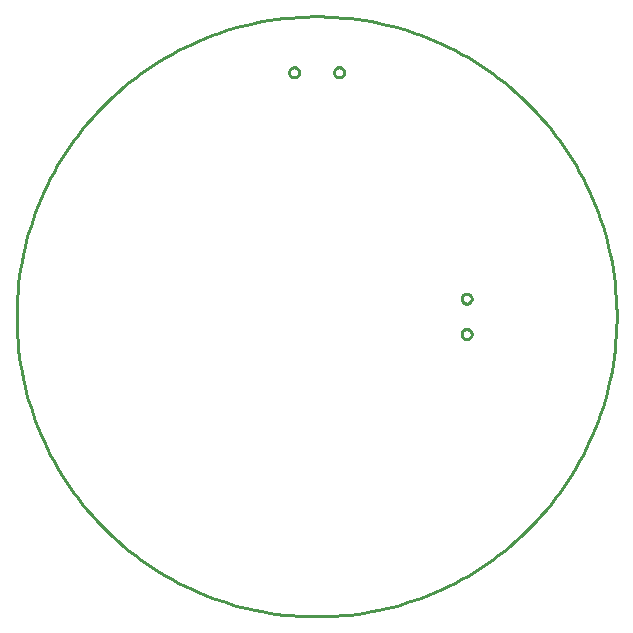
<source format=gbr>
G04 EAGLE Gerber RS-274X export*
G75*
%MOMM*%
%FSLAX34Y34*%
%LPD*%
%IN*%
%IPPOS*%
%AMOC8*
5,1,8,0,0,1.08239X$1,22.5*%
G01*
%ADD10C,0.254000*%


D10*
X254000Y-3117D02*
X254000Y3117D01*
X253847Y9350D01*
X253541Y15577D01*
X253082Y21794D01*
X252471Y27999D01*
X251708Y34186D01*
X250793Y40353D01*
X249728Y46496D01*
X248511Y52610D01*
X247145Y58693D01*
X245631Y64741D01*
X243968Y70749D01*
X242158Y76715D01*
X240202Y82635D01*
X238102Y88505D01*
X235858Y94322D01*
X233473Y100082D01*
X230946Y105781D01*
X228281Y111417D01*
X225477Y116986D01*
X222539Y122484D01*
X219466Y127908D01*
X216261Y133256D01*
X212925Y138523D01*
X209461Y143707D01*
X205872Y148804D01*
X202158Y153811D01*
X198322Y158726D01*
X194367Y163546D01*
X190295Y168266D01*
X186108Y172886D01*
X181809Y177401D01*
X177401Y181809D01*
X172886Y186108D01*
X168266Y190295D01*
X163546Y194367D01*
X158726Y198322D01*
X153811Y202158D01*
X148804Y205872D01*
X143707Y209461D01*
X138523Y212925D01*
X133256Y216261D01*
X127908Y219466D01*
X122484Y222539D01*
X116986Y225477D01*
X111417Y228281D01*
X105781Y230946D01*
X100082Y233473D01*
X94322Y235858D01*
X88505Y238102D01*
X82635Y240202D01*
X76715Y242158D01*
X70749Y243968D01*
X64741Y245631D01*
X58693Y247145D01*
X52610Y248511D01*
X46496Y249728D01*
X40353Y250793D01*
X34186Y251708D01*
X27999Y252471D01*
X21794Y253082D01*
X15577Y253541D01*
X9350Y253847D01*
X3117Y254000D01*
X-3117Y254000D01*
X-9350Y253847D01*
X-15577Y253541D01*
X-21794Y253082D01*
X-27999Y252471D01*
X-34186Y251708D01*
X-40353Y250793D01*
X-46496Y249728D01*
X-52610Y248511D01*
X-58693Y247145D01*
X-64741Y245631D01*
X-70749Y243968D01*
X-76715Y242158D01*
X-82635Y240202D01*
X-88505Y238102D01*
X-94322Y235858D01*
X-100082Y233473D01*
X-105781Y230946D01*
X-111417Y228281D01*
X-116986Y225477D01*
X-122484Y222539D01*
X-127908Y219466D01*
X-133256Y216261D01*
X-138523Y212925D01*
X-143707Y209461D01*
X-148804Y205872D01*
X-153811Y202158D01*
X-158726Y198322D01*
X-163546Y194367D01*
X-168266Y190295D01*
X-172886Y186108D01*
X-177401Y181809D01*
X-181809Y177401D01*
X-186108Y172886D01*
X-190295Y168266D01*
X-194367Y163546D01*
X-198322Y158726D01*
X-202158Y153811D01*
X-205872Y148804D01*
X-209461Y143707D01*
X-212925Y138523D01*
X-216261Y133256D01*
X-219466Y127908D01*
X-222539Y122484D01*
X-225477Y116986D01*
X-228281Y111417D01*
X-230946Y105781D01*
X-233473Y100082D01*
X-235858Y94322D01*
X-238102Y88505D01*
X-240202Y82635D01*
X-242158Y76715D01*
X-243968Y70749D01*
X-245631Y64741D01*
X-247145Y58693D01*
X-248511Y52610D01*
X-249728Y46496D01*
X-250793Y40353D01*
X-251708Y34186D01*
X-252471Y27999D01*
X-253082Y21794D01*
X-253541Y15577D01*
X-253847Y9350D01*
X-254000Y3117D01*
X-254000Y-3117D01*
X-253847Y-9350D01*
X-253541Y-15577D01*
X-253082Y-21794D01*
X-252471Y-27999D01*
X-251708Y-34186D01*
X-250793Y-40353D01*
X-249728Y-46496D01*
X-248511Y-52610D01*
X-247145Y-58693D01*
X-245631Y-64741D01*
X-243968Y-70749D01*
X-242158Y-76715D01*
X-240202Y-82635D01*
X-238102Y-88505D01*
X-235858Y-94322D01*
X-233473Y-100082D01*
X-230946Y-105781D01*
X-228281Y-111417D01*
X-225477Y-116986D01*
X-222539Y-122484D01*
X-219466Y-127908D01*
X-216261Y-133256D01*
X-212925Y-138523D01*
X-209461Y-143707D01*
X-205872Y-148804D01*
X-202158Y-153811D01*
X-198322Y-158726D01*
X-194367Y-163546D01*
X-190295Y-168266D01*
X-186108Y-172886D01*
X-181809Y-177401D01*
X-177401Y-181809D01*
X-172886Y-186108D01*
X-168266Y-190295D01*
X-163546Y-194367D01*
X-158726Y-198322D01*
X-153811Y-202158D01*
X-148804Y-205872D01*
X-143707Y-209461D01*
X-138523Y-212925D01*
X-133256Y-216261D01*
X-127908Y-219466D01*
X-122484Y-222539D01*
X-116986Y-225477D01*
X-111417Y-228281D01*
X-105781Y-230946D01*
X-100082Y-233473D01*
X-94322Y-235858D01*
X-88505Y-238102D01*
X-82635Y-240202D01*
X-76715Y-242158D01*
X-70749Y-243968D01*
X-64741Y-245631D01*
X-58693Y-247145D01*
X-52610Y-248511D01*
X-46496Y-249728D01*
X-40353Y-250793D01*
X-34186Y-251708D01*
X-27999Y-252471D01*
X-21794Y-253082D01*
X-15577Y-253541D01*
X-9350Y-253847D01*
X-3117Y-254000D01*
X3117Y-254000D01*
X9350Y-253847D01*
X15577Y-253541D01*
X21794Y-253082D01*
X27999Y-252471D01*
X34186Y-251708D01*
X40353Y-250793D01*
X46496Y-249728D01*
X52610Y-248511D01*
X58693Y-247145D01*
X64741Y-245631D01*
X70749Y-243968D01*
X76715Y-242158D01*
X82635Y-240202D01*
X88505Y-238102D01*
X94322Y-235858D01*
X100082Y-233473D01*
X105781Y-230946D01*
X111417Y-228281D01*
X116986Y-225477D01*
X122484Y-222539D01*
X127908Y-219466D01*
X133256Y-216261D01*
X138523Y-212925D01*
X143707Y-209461D01*
X148804Y-205872D01*
X153811Y-202158D01*
X158726Y-198322D01*
X163546Y-194367D01*
X168266Y-190295D01*
X172886Y-186108D01*
X177401Y-181809D01*
X181809Y-177401D01*
X186108Y-172886D01*
X190295Y-168266D01*
X194367Y-163546D01*
X198322Y-158726D01*
X202158Y-153811D01*
X205872Y-148804D01*
X209461Y-143707D01*
X212925Y-138523D01*
X216261Y-133256D01*
X219466Y-127908D01*
X222539Y-122484D01*
X225477Y-116986D01*
X228281Y-111417D01*
X230946Y-105781D01*
X233473Y-100082D01*
X235858Y-94322D01*
X238102Y-88505D01*
X240202Y-82635D01*
X242158Y-76715D01*
X243968Y-70749D01*
X245631Y-64741D01*
X247145Y-58693D01*
X248511Y-52610D01*
X249728Y-46496D01*
X250793Y-40353D01*
X251708Y-34186D01*
X252471Y-27999D01*
X253082Y-21794D01*
X253541Y-15577D01*
X253847Y-9350D01*
X254000Y-3117D01*
X127279Y19250D02*
X127831Y19177D01*
X128369Y19033D01*
X128884Y18820D01*
X129366Y18541D01*
X129808Y18202D01*
X130202Y17808D01*
X130541Y17366D01*
X130820Y16884D01*
X131033Y16369D01*
X131177Y15831D01*
X131250Y15279D01*
X131250Y14721D01*
X131177Y14169D01*
X131033Y13631D01*
X130820Y13116D01*
X130541Y12634D01*
X130202Y12192D01*
X129808Y11798D01*
X129366Y11459D01*
X128884Y11180D01*
X128369Y10967D01*
X127831Y10823D01*
X127279Y10750D01*
X126721Y10750D01*
X126169Y10823D01*
X125631Y10967D01*
X125116Y11180D01*
X124634Y11459D01*
X124192Y11798D01*
X123798Y12192D01*
X123459Y12634D01*
X123180Y13116D01*
X122967Y13631D01*
X122823Y14169D01*
X122750Y14721D01*
X122750Y15279D01*
X122823Y15831D01*
X122967Y16369D01*
X123180Y16884D01*
X123459Y17366D01*
X123798Y17808D01*
X124192Y18202D01*
X124634Y18541D01*
X125116Y18820D01*
X125631Y19033D01*
X126169Y19177D01*
X126721Y19250D01*
X127279Y19250D01*
X127279Y-10750D02*
X127831Y-10823D01*
X128369Y-10967D01*
X128884Y-11180D01*
X129366Y-11459D01*
X129808Y-11798D01*
X130202Y-12192D01*
X130541Y-12634D01*
X130820Y-13116D01*
X131033Y-13631D01*
X131177Y-14169D01*
X131250Y-14721D01*
X131250Y-15279D01*
X131177Y-15831D01*
X131033Y-16369D01*
X130820Y-16884D01*
X130541Y-17366D01*
X130202Y-17808D01*
X129808Y-18202D01*
X129366Y-18541D01*
X128884Y-18820D01*
X128369Y-19033D01*
X127831Y-19177D01*
X127279Y-19250D01*
X126721Y-19250D01*
X126169Y-19177D01*
X125631Y-19033D01*
X125116Y-18820D01*
X124634Y-18541D01*
X124192Y-18202D01*
X123798Y-17808D01*
X123459Y-17366D01*
X123180Y-16884D01*
X122967Y-16369D01*
X122823Y-15831D01*
X122750Y-15279D01*
X122750Y-14721D01*
X122823Y-14169D01*
X122967Y-13631D01*
X123180Y-13116D01*
X123459Y-12634D01*
X123798Y-12192D01*
X124192Y-11798D01*
X124634Y-11459D01*
X125116Y-11180D01*
X125631Y-10967D01*
X126169Y-10823D01*
X126721Y-10750D01*
X127279Y-10750D01*
X18721Y202350D02*
X18169Y202423D01*
X17631Y202567D01*
X17116Y202780D01*
X16634Y203059D01*
X16192Y203398D01*
X15798Y203792D01*
X15459Y204234D01*
X15180Y204716D01*
X14967Y205231D01*
X14823Y205769D01*
X14750Y206321D01*
X14750Y206879D01*
X14823Y207431D01*
X14967Y207969D01*
X15180Y208484D01*
X15459Y208966D01*
X15798Y209408D01*
X16192Y209802D01*
X16634Y210141D01*
X17116Y210420D01*
X17631Y210633D01*
X18169Y210777D01*
X18721Y210850D01*
X19279Y210850D01*
X19831Y210777D01*
X20369Y210633D01*
X20884Y210420D01*
X21366Y210141D01*
X21808Y209802D01*
X22202Y209408D01*
X22541Y208966D01*
X22820Y208484D01*
X23033Y207969D01*
X23177Y207431D01*
X23250Y206879D01*
X23250Y206321D01*
X23177Y205769D01*
X23033Y205231D01*
X22820Y204716D01*
X22541Y204234D01*
X22202Y203792D01*
X21808Y203398D01*
X21366Y203059D01*
X20884Y202780D01*
X20369Y202567D01*
X19831Y202423D01*
X19279Y202350D01*
X18721Y202350D01*
X-19279Y202350D02*
X-19831Y202423D01*
X-20369Y202567D01*
X-20884Y202780D01*
X-21366Y203059D01*
X-21808Y203398D01*
X-22202Y203792D01*
X-22541Y204234D01*
X-22820Y204716D01*
X-23033Y205231D01*
X-23177Y205769D01*
X-23250Y206321D01*
X-23250Y206879D01*
X-23177Y207431D01*
X-23033Y207969D01*
X-22820Y208484D01*
X-22541Y208966D01*
X-22202Y209408D01*
X-21808Y209802D01*
X-21366Y210141D01*
X-20884Y210420D01*
X-20369Y210633D01*
X-19831Y210777D01*
X-19279Y210850D01*
X-18721Y210850D01*
X-18169Y210777D01*
X-17631Y210633D01*
X-17116Y210420D01*
X-16634Y210141D01*
X-16192Y209802D01*
X-15798Y209408D01*
X-15459Y208966D01*
X-15180Y208484D01*
X-14967Y207969D01*
X-14823Y207431D01*
X-14750Y206879D01*
X-14750Y206321D01*
X-14823Y205769D01*
X-14967Y205231D01*
X-15180Y204716D01*
X-15459Y204234D01*
X-15798Y203792D01*
X-16192Y203398D01*
X-16634Y203059D01*
X-17116Y202780D01*
X-17631Y202567D01*
X-18169Y202423D01*
X-18721Y202350D01*
X-19279Y202350D01*
M02*

</source>
